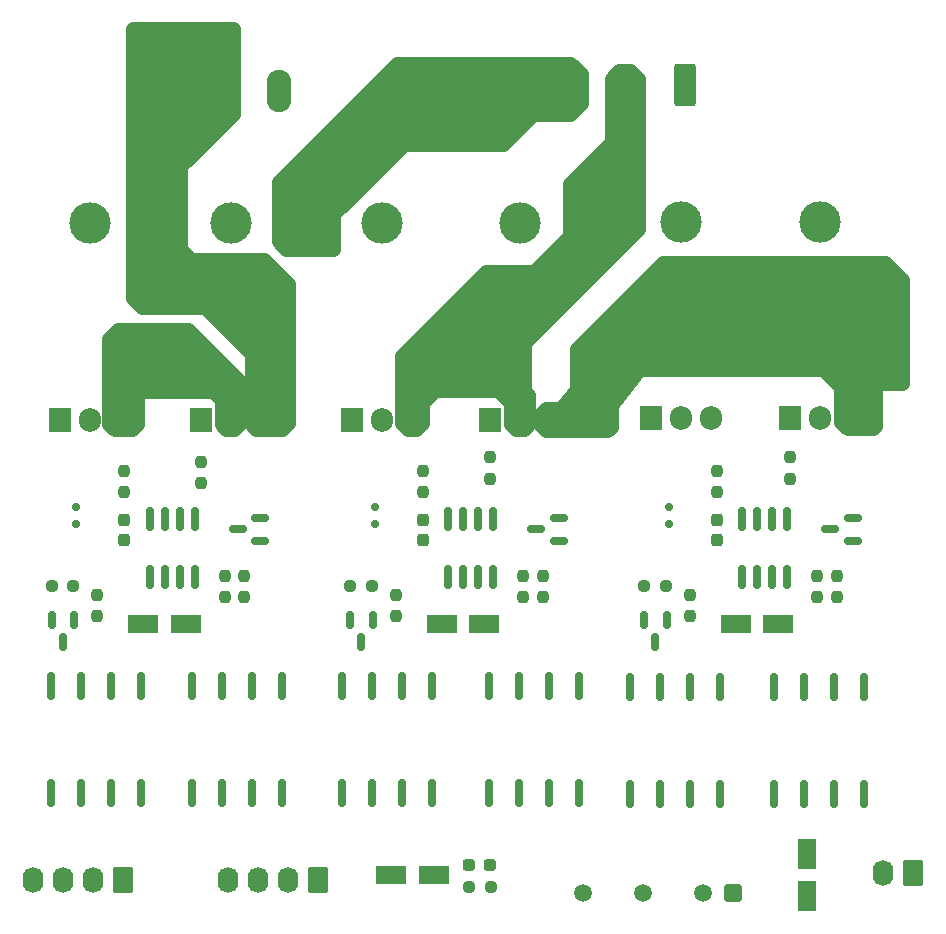
<source format=gbr>
%TF.GenerationSoftware,KiCad,Pcbnew,9.0.3*%
%TF.CreationDate,2025-08-21T00:35:25-03:00*%
%TF.ProjectId,PCB_Inversor,5043425f-496e-4766-9572-736f722e6b69,rev?*%
%TF.SameCoordinates,Original*%
%TF.FileFunction,Soldermask,Top*%
%TF.FilePolarity,Negative*%
%FSLAX46Y46*%
G04 Gerber Fmt 4.6, Leading zero omitted, Abs format (unit mm)*
G04 Created by KiCad (PCBNEW 9.0.3) date 2025-08-21 00:35:25*
%MOMM*%
%LPD*%
G01*
G04 APERTURE LIST*
G04 Aperture macros list*
%AMRoundRect*
0 Rectangle with rounded corners*
0 $1 Rounding radius*
0 $2 $3 $4 $5 $6 $7 $8 $9 X,Y pos of 4 corners*
0 Add a 4 corners polygon primitive as box body*
4,1,4,$2,$3,$4,$5,$6,$7,$8,$9,$2,$3,0*
0 Add four circle primitives for the rounded corners*
1,1,$1+$1,$2,$3*
1,1,$1+$1,$4,$5*
1,1,$1+$1,$6,$7*
1,1,$1+$1,$8,$9*
0 Add four rect primitives between the rounded corners*
20,1,$1+$1,$2,$3,$4,$5,0*
20,1,$1+$1,$4,$5,$6,$7,0*
20,1,$1+$1,$6,$7,$8,$9,0*
20,1,$1+$1,$8,$9,$2,$3,0*%
G04 Aperture macros list end*
%ADD10C,1.200000*%
%ADD11RoundRect,0.249999X-0.790001X-1.550001X0.790001X-1.550001X0.790001X1.550001X-0.790001X1.550001X0*%
%ADD12O,2.080000X3.600000*%
%ADD13RoundRect,0.237500X0.237500X-0.250000X0.237500X0.250000X-0.237500X0.250000X-0.237500X-0.250000X0*%
%ADD14RoundRect,0.250000X-1.050000X-0.550000X1.050000X-0.550000X1.050000X0.550000X-1.050000X0.550000X0*%
%ADD15RoundRect,0.162500X0.162500X-1.012500X0.162500X1.012500X-0.162500X1.012500X-0.162500X-1.012500X0*%
%ADD16RoundRect,0.237500X-0.237500X0.300000X-0.237500X-0.300000X0.237500X-0.300000X0.237500X0.300000X0*%
%ADD17RoundRect,0.237500X0.287500X0.237500X-0.287500X0.237500X-0.287500X-0.237500X0.287500X-0.237500X0*%
%ADD18RoundRect,0.150000X0.150000X-0.825000X0.150000X0.825000X-0.150000X0.825000X-0.150000X-0.825000X0*%
%ADD19RoundRect,0.150000X-0.150000X0.587500X-0.150000X-0.587500X0.150000X-0.587500X0.150000X0.587500X0*%
%ADD20RoundRect,0.237500X-0.237500X0.250000X-0.237500X-0.250000X0.237500X-0.250000X0.237500X0.250000X0*%
%ADD21RoundRect,0.250000X0.620000X0.845000X-0.620000X0.845000X-0.620000X-0.845000X0.620000X-0.845000X0*%
%ADD22O,1.740000X2.190000*%
%ADD23RoundRect,0.150000X0.587500X0.150000X-0.587500X0.150000X-0.587500X-0.150000X0.587500X-0.150000X0*%
%ADD24RoundRect,0.237500X0.250000X0.237500X-0.250000X0.237500X-0.250000X-0.237500X0.250000X-0.237500X0*%
%ADD25RoundRect,0.250000X1.050000X0.550000X-1.050000X0.550000X-1.050000X-0.550000X1.050000X-0.550000X0*%
%ADD26RoundRect,0.250000X0.650000X1.550000X-0.650000X1.550000X-0.650000X-1.550000X0.650000X-1.550000X0*%
%ADD27O,1.800000X3.600000*%
%ADD28RoundRect,0.250001X-0.499999X0.499999X-0.499999X-0.499999X0.499999X-0.499999X0.499999X0.499999X0*%
%ADD29C,1.500000*%
%ADD30RoundRect,0.150000X0.200000X-0.150000X0.200000X0.150000X-0.200000X0.150000X-0.200000X-0.150000X0*%
%ADD31RoundRect,0.250000X0.550000X-1.050000X0.550000X1.050000X-0.550000X1.050000X-0.550000X-1.050000X0*%
%ADD32C,3.500000*%
%ADD33R,1.905000X2.000000*%
%ADD34O,1.905000X2.000000*%
G04 APERTURE END LIST*
D10*
X148971000Y-58737500D02*
X148971000Y-61277500D01*
X148082000Y-62166500D01*
X144907000Y-62166500D01*
X142367000Y-64706500D01*
X133985000Y-64706500D01*
X128016000Y-70675500D01*
X128016000Y-73596500D01*
X123952000Y-73596500D01*
X123317000Y-72961500D01*
X123317000Y-67881500D01*
X133350000Y-57848500D01*
X148082000Y-57848500D01*
X148971000Y-58737500D01*
G36*
X148971000Y-58737500D02*
G01*
X148971000Y-61277500D01*
X148082000Y-62166500D01*
X144907000Y-62166500D01*
X142367000Y-64706500D01*
X133985000Y-64706500D01*
X128016000Y-70675500D01*
X128016000Y-73596500D01*
X123952000Y-73596500D01*
X123317000Y-72961500D01*
X123317000Y-67881500D01*
X133350000Y-57848500D01*
X148082000Y-57848500D01*
X148971000Y-58737500D01*
G37*
X176149000Y-76200000D02*
X176149000Y-84963000D01*
X174117000Y-84963000D01*
X173863000Y-85217000D01*
X173863000Y-88582500D01*
X173679753Y-88773000D01*
X171475400Y-88773000D01*
X170942000Y-88239600D01*
X170942000Y-85191600D01*
X169418000Y-83820000D01*
X153924000Y-83820000D01*
X151511000Y-86836250D01*
X151511000Y-88201500D01*
X151511000Y-88709500D01*
X151213177Y-88950800D01*
X145903577Y-88950800D01*
X145542000Y-88566622D01*
X145542000Y-87524165D01*
X145941143Y-87058500D01*
X147209623Y-87058500D01*
X148570774Y-85492356D01*
X148543282Y-82025218D01*
X155829000Y-74739500D01*
X174752000Y-74739500D01*
X176149000Y-76200000D01*
G36*
X176149000Y-76200000D02*
G01*
X176149000Y-84963000D01*
X174117000Y-84963000D01*
X173863000Y-85217000D01*
X173863000Y-88582500D01*
X173679753Y-88773000D01*
X171475400Y-88773000D01*
X170942000Y-88239600D01*
X170942000Y-85191600D01*
X169418000Y-83820000D01*
X153924000Y-83820000D01*
X151511000Y-86836250D01*
X151511000Y-88201500D01*
X151511000Y-88709500D01*
X151213177Y-88950800D01*
X145903577Y-88950800D01*
X145542000Y-88566622D01*
X145542000Y-87524165D01*
X145941143Y-87058500D01*
X147209623Y-87058500D01*
X148570774Y-85492356D01*
X148543282Y-82025218D01*
X155829000Y-74739500D01*
X174752000Y-74739500D01*
X176149000Y-76200000D01*
G37*
X119507000Y-62166500D02*
X115062000Y-66611500D01*
X115062000Y-73596500D01*
X115951000Y-74485500D01*
X122174000Y-74485500D01*
X124206000Y-76517500D01*
X124206000Y-88328500D01*
X123698000Y-88836500D01*
X121412000Y-88836500D01*
X121031000Y-88455500D01*
X121031000Y-82486500D01*
X117094000Y-78549500D01*
X111760000Y-78549500D01*
X110998000Y-77787500D01*
X110998000Y-67945000D01*
X110998000Y-54927500D01*
X119507000Y-54927500D01*
X119507000Y-62166500D01*
G36*
X119507000Y-62166500D02*
G01*
X115062000Y-66611500D01*
X115062000Y-73596500D01*
X115951000Y-74485500D01*
X122174000Y-74485500D01*
X124206000Y-76517500D01*
X124206000Y-88328500D01*
X123698000Y-88836500D01*
X121412000Y-88836500D01*
X121031000Y-88455500D01*
X121031000Y-82486500D01*
X117094000Y-78549500D01*
X111760000Y-78549500D01*
X110998000Y-77787500D01*
X110998000Y-67945000D01*
X110998000Y-54927500D01*
X119507000Y-54927500D01*
X119507000Y-62166500D01*
G37*
X120015000Y-84709000D02*
X120015000Y-88455500D01*
X119634000Y-88836500D01*
X118872000Y-88836500D01*
X118491000Y-88455500D01*
X118491000Y-86423500D01*
X117729000Y-85661500D01*
X111633000Y-85661500D01*
X111379000Y-85915500D01*
X111379000Y-88479314D01*
X110930268Y-88900000D01*
X109448600Y-88900000D01*
X108966000Y-88447562D01*
X108966000Y-81153000D01*
X109728000Y-80391000D01*
X115697000Y-80391000D01*
X120015000Y-84709000D01*
G36*
X120015000Y-84709000D02*
G01*
X120015000Y-88455500D01*
X119634000Y-88836500D01*
X118872000Y-88836500D01*
X118491000Y-88455500D01*
X118491000Y-86423500D01*
X117729000Y-85661500D01*
X111633000Y-85661500D01*
X111379000Y-85915500D01*
X111379000Y-88479314D01*
X110930268Y-88900000D01*
X109448600Y-88900000D01*
X108966000Y-88447562D01*
X108966000Y-81153000D01*
X109728000Y-80391000D01*
X115697000Y-80391000D01*
X120015000Y-84709000D01*
G37*
X153797000Y-59118500D02*
X153797000Y-71945500D01*
X152654000Y-73088500D01*
X144145000Y-81597500D01*
X144145000Y-85534500D01*
X144526000Y-85915500D01*
X144526000Y-88455500D01*
X144145000Y-88836500D01*
X143383000Y-88836500D01*
X143002000Y-88455500D01*
X143002000Y-86677500D01*
X141859000Y-85534500D01*
X136652000Y-85534500D01*
X135509000Y-86677500D01*
X135509000Y-88328500D01*
X135001000Y-88836500D01*
X134239000Y-88836500D01*
X133731000Y-88328500D01*
X133731000Y-82613500D01*
X140843000Y-75501500D01*
X144907000Y-75501500D01*
X147955000Y-72453500D01*
X147955000Y-68008500D01*
X151511000Y-64452500D01*
X151511000Y-59118500D01*
X152146000Y-58483500D01*
X153162000Y-58483500D01*
X153797000Y-59118500D01*
G36*
X153797000Y-59118500D02*
G01*
X153797000Y-71945500D01*
X152654000Y-73088500D01*
X144145000Y-81597500D01*
X144145000Y-85534500D01*
X144526000Y-85915500D01*
X144526000Y-88455500D01*
X144145000Y-88836500D01*
X143383000Y-88836500D01*
X143002000Y-88455500D01*
X143002000Y-86677500D01*
X141859000Y-85534500D01*
X136652000Y-85534500D01*
X135509000Y-86677500D01*
X135509000Y-88328500D01*
X135001000Y-88836500D01*
X134239000Y-88836500D01*
X133731000Y-88328500D01*
X133731000Y-82613500D01*
X140843000Y-75501500D01*
X144907000Y-75501500D01*
X147955000Y-72453500D01*
X147955000Y-68008500D01*
X151511000Y-64452500D01*
X151511000Y-59118500D01*
X152146000Y-58483500D01*
X153162000Y-58483500D01*
X153797000Y-59118500D01*
G37*
D11*
%TO.C,HVDCBus1*%
X118237000Y-60198000D03*
D12*
X123317000Y-60198000D03*
%TD*%
D13*
%TO.C,R14*%
X141224000Y-92987500D03*
X141224000Y-91162500D03*
%TD*%
%TO.C,R20*%
X166624000Y-92987500D03*
X166624000Y-91162500D03*
%TD*%
D14*
%TO.C,C6*%
X111843000Y-105283000D03*
X115443000Y-105283000D03*
%TD*%
D15*
%TO.C,U6*%
X141097000Y-119603500D03*
X143637000Y-119603500D03*
X146177000Y-119603500D03*
X148717000Y-119603500D03*
X148717000Y-110553500D03*
X146177000Y-110553500D03*
X143637000Y-110553500D03*
X141097000Y-110553500D03*
%TD*%
D13*
%TO.C,R16*%
X170561000Y-103044000D03*
X170561000Y-101219000D03*
%TD*%
D16*
%TO.C,C9*%
X135509000Y-96446000D03*
X135509000Y-98171000D03*
%TD*%
D17*
%TO.C,D1*%
X141196000Y-125666500D03*
X139446000Y-125666500D03*
%TD*%
D13*
%TO.C,R19*%
X160401000Y-94154000D03*
X160401000Y-92329000D03*
%TD*%
D15*
%TO.C,U2*%
X104013000Y-119570500D03*
X106553000Y-119570500D03*
X109093000Y-119570500D03*
X111633000Y-119570500D03*
X111633000Y-110520500D03*
X109093000Y-110520500D03*
X106553000Y-110520500D03*
X104013000Y-110520500D03*
%TD*%
%TO.C,U3*%
X115951000Y-119570500D03*
X118491000Y-119570500D03*
X121031000Y-119570500D03*
X123571000Y-119570500D03*
X123571000Y-110520500D03*
X121031000Y-110520500D03*
X118491000Y-110520500D03*
X115951000Y-110520500D03*
%TD*%
D13*
%TO.C,R18*%
X168910000Y-103044000D03*
X168910000Y-101219000D03*
%TD*%
D18*
%TO.C,U10*%
X162560000Y-101343000D03*
X163830000Y-101343000D03*
X165100000Y-101343000D03*
X166370000Y-101343000D03*
X166370000Y-96393000D03*
X165100000Y-96393000D03*
X163830000Y-96393000D03*
X162560000Y-96393000D03*
%TD*%
D15*
%TO.C,U8*%
X153035000Y-119650500D03*
X155575000Y-119650500D03*
X158115000Y-119650500D03*
X160655000Y-119650500D03*
X160655000Y-110600500D03*
X158115000Y-110600500D03*
X155575000Y-110600500D03*
X153035000Y-110600500D03*
%TD*%
D19*
%TO.C,Q7*%
X105979000Y-104932000D03*
X104079000Y-104932000D03*
X105029000Y-106807000D03*
%TD*%
D16*
%TO.C,C7*%
X110236000Y-96446000D03*
X110236000Y-98171000D03*
%TD*%
D13*
%TO.C,R8*%
X116713000Y-93368500D03*
X116713000Y-91543500D03*
%TD*%
D20*
%TO.C,R15*%
X158115000Y-102823000D03*
X158115000Y-104648000D03*
%TD*%
D13*
%TO.C,R12*%
X144018000Y-103044000D03*
X144018000Y-101219000D03*
%TD*%
D14*
%TO.C,C10*%
X162008000Y-105283000D03*
X165608000Y-105283000D03*
%TD*%
D15*
%TO.C,U9*%
X165227000Y-119650500D03*
X167767000Y-119650500D03*
X170307000Y-119650500D03*
X172847000Y-119650500D03*
X172847000Y-110600500D03*
X170307000Y-110600500D03*
X167767000Y-110600500D03*
X165227000Y-110600500D03*
%TD*%
D13*
%TO.C,R6*%
X118745000Y-103044000D03*
X118745000Y-101219000D03*
%TD*%
D21*
%TO.C,12V_Inv1*%
X177024000Y-126401137D03*
D22*
X174484000Y-126401137D03*
%TD*%
D13*
%TO.C,R4*%
X120396000Y-103044000D03*
X120396000Y-101219000D03*
%TD*%
D23*
%TO.C,Q12*%
X171879500Y-98232000D03*
X171879500Y-96332000D03*
X170004500Y-97282000D03*
%TD*%
D15*
%TO.C,U5*%
X128651000Y-119603500D03*
X131191000Y-119603500D03*
X133731000Y-119603500D03*
X136271000Y-119603500D03*
X136271000Y-110553500D03*
X133731000Y-110553500D03*
X131191000Y-110553500D03*
X128651000Y-110553500D03*
%TD*%
D24*
%TO.C,R11*%
X131191000Y-102108000D03*
X129366000Y-102108000D03*
%TD*%
D25*
%TO.C,C2*%
X136406000Y-126528137D03*
X132806000Y-126528137D03*
%TD*%
D21*
%TO.C,Inv_Signal1*%
X110095000Y-126936500D03*
D22*
X107555000Y-126936500D03*
X105015000Y-126936500D03*
X102475000Y-126936500D03*
%TD*%
D13*
%TO.C,R10*%
X145669000Y-103044000D03*
X145669000Y-101219000D03*
%TD*%
D24*
%TO.C,R5*%
X105918000Y-102108000D03*
X104093000Y-102108000D03*
%TD*%
D16*
%TO.C,C11*%
X160401000Y-96446000D03*
X160401000Y-98171000D03*
%TD*%
D26*
%TO.C,Motor_Out1*%
X157734000Y-59690000D03*
D27*
X152654000Y-59690000D03*
X147574000Y-59690000D03*
%TD*%
D28*
%TO.C,U1*%
X161784000Y-128079500D03*
D29*
X159244000Y-128079500D03*
X154164000Y-128079500D03*
X149084000Y-128079500D03*
%TD*%
D14*
%TO.C,C8*%
X137116000Y-105283000D03*
X140716000Y-105283000D03*
%TD*%
D13*
%TO.C,R13*%
X135509000Y-94154000D03*
X135509000Y-92329000D03*
%TD*%
D18*
%TO.C,U4*%
X112395000Y-101343000D03*
X113665000Y-101343000D03*
X114935000Y-101343000D03*
X116205000Y-101343000D03*
X116205000Y-96393000D03*
X114935000Y-96393000D03*
X113665000Y-96393000D03*
X112395000Y-96393000D03*
%TD*%
D23*
%TO.C,Q8*%
X121714500Y-98232000D03*
X121714500Y-96332000D03*
X119839500Y-97282000D03*
%TD*%
D20*
%TO.C,R3*%
X107950000Y-102823000D03*
X107950000Y-104648000D03*
%TD*%
D30*
%TO.C,D9*%
X156337000Y-95406000D03*
X156337000Y-96806000D03*
%TD*%
D18*
%TO.C,U7*%
X137668000Y-101343000D03*
X138938000Y-101343000D03*
X140208000Y-101343000D03*
X141478000Y-101343000D03*
X141478000Y-96393000D03*
X140208000Y-96393000D03*
X138938000Y-96393000D03*
X137668000Y-96393000D03*
%TD*%
D30*
%TO.C,D7*%
X106172000Y-95406000D03*
X106172000Y-96806000D03*
%TD*%
D24*
%TO.C,R17*%
X156083000Y-102108000D03*
X154258000Y-102108000D03*
%TD*%
%TO.C,R1*%
X141233500Y-127571500D03*
X139408500Y-127571500D03*
%TD*%
D23*
%TO.C,Q10*%
X146987500Y-98232000D03*
X146987500Y-96332000D03*
X145112500Y-97282000D03*
%TD*%
D19*
%TO.C,Q9*%
X131252000Y-104932000D03*
X129352000Y-104932000D03*
X130302000Y-106807000D03*
%TD*%
D30*
%TO.C,D8*%
X131445000Y-95406000D03*
X131445000Y-96806000D03*
%TD*%
D13*
%TO.C,R7*%
X110236000Y-94154000D03*
X110236000Y-92329000D03*
%TD*%
D21*
%TO.C,Inv_Signal2*%
X126605000Y-126936500D03*
D22*
X124065000Y-126936500D03*
X121525000Y-126936500D03*
X118985000Y-126936500D03*
%TD*%
D19*
%TO.C,Q11*%
X156144000Y-104932000D03*
X154244000Y-104932000D03*
X155194000Y-106807000D03*
%TD*%
D20*
%TO.C,R9*%
X133223000Y-102823000D03*
X133223000Y-104648000D03*
%TD*%
D31*
%TO.C,C1*%
X168007000Y-128355500D03*
X168007000Y-124755500D03*
%TD*%
D32*
%TO.C,Q6*%
X169164000Y-71224000D03*
D33*
X166624000Y-87884000D03*
D34*
X169164000Y-87884000D03*
X171704000Y-87884000D03*
%TD*%
D32*
%TO.C,Q4*%
X143764000Y-71351000D03*
D33*
X141224000Y-88011000D03*
D34*
X143764000Y-88011000D03*
X146304000Y-88011000D03*
%TD*%
D32*
%TO.C,Q1*%
X107315000Y-71351000D03*
D33*
X104775000Y-88011000D03*
D34*
X107315000Y-88011000D03*
X109855000Y-88011000D03*
%TD*%
D32*
%TO.C,Q3*%
X132080000Y-71351000D03*
D33*
X129540000Y-88011000D03*
D34*
X132080000Y-88011000D03*
X134620000Y-88011000D03*
%TD*%
D32*
%TO.C,Q2*%
X119253000Y-71351000D03*
D33*
X116713000Y-88011000D03*
D34*
X119253000Y-88011000D03*
X121793000Y-88011000D03*
%TD*%
D32*
%TO.C,Q5*%
X157353000Y-71224000D03*
D33*
X154813000Y-87884000D03*
D34*
X157353000Y-87884000D03*
X159893000Y-87884000D03*
%TD*%
M02*

</source>
